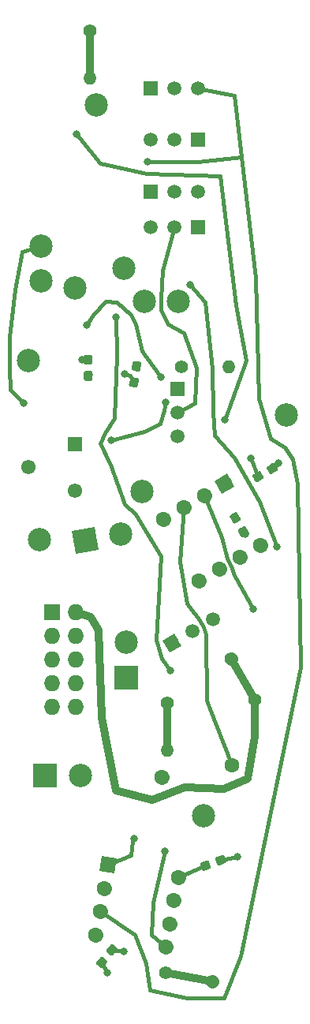
<source format=gbr>
G04 #@! TF.GenerationSoftware,KiCad,Pcbnew,(5.1.2-1)-1*
G04 #@! TF.CreationDate,2022-01-15T17:09:35-05:00*
G04 #@! TF.ProjectId,BF22 Clone,42463232-2043-46c6-9f6e-652e6b696361,rev?*
G04 #@! TF.SameCoordinates,Original*
G04 #@! TF.FileFunction,Copper,L2,Bot*
G04 #@! TF.FilePolarity,Positive*
%FSLAX46Y46*%
G04 Gerber Fmt 4.6, Leading zero omitted, Abs format (unit mm)*
G04 Created by KiCad (PCBNEW (5.1.2-1)-1) date 2022-01-15 17:09:35*
%MOMM*%
%LPD*%
G04 APERTURE LIST*
%ADD10C,1.600000*%
%ADD11C,1.600000*%
%ADD12C,1.400000*%
%ADD13C,1.400000*%
%ADD14O,1.400000X1.400000*%
%ADD15C,2.499360*%
%ADD16C,1.500000*%
%ADD17C,0.100000*%
%ADD18R,1.500000X1.500000*%
%ADD19C,1.550000*%
%ADD20R,1.550000X1.550000*%
%ADD21C,0.950000*%
%ADD22R,1.727200X1.727200*%
%ADD23O,1.727200X1.727200*%
%ADD24R,2.499360X2.499360*%
%ADD25C,0.800000*%
%ADD26C,0.406400*%
%ADD27C,0.812800*%
G04 APERTURE END LIST*
D10*
X29545765Y-95053199D03*
D11*
X29545765Y-95053199D02*
X29545765Y-95053199D01*
D10*
X37050000Y-93730000D03*
D12*
X34982823Y-116922133D03*
D13*
X34982823Y-116922133D02*
X34982823Y-116922133D01*
D12*
X29980000Y-116040000D03*
D14*
X30150000Y-92170000D03*
D12*
X30150000Y-87090000D03*
D14*
X21800000Y-19990000D03*
D12*
X21800000Y-14910000D03*
D15*
X42930000Y-56200000D03*
X27450000Y-64390000D03*
D14*
X36750000Y-50980000D03*
D12*
X31670000Y-50980000D03*
X36970000Y-82350591D03*
D13*
X36970000Y-82350591D02*
X36970000Y-82350591D01*
D12*
X39510000Y-86750000D03*
D15*
X27680000Y-43990000D03*
X15210000Y-50330000D03*
X16550000Y-38080000D03*
X16620000Y-41740000D03*
D16*
X30625788Y-80661731D03*
D17*
G36*
X31650307Y-80936250D02*
G01*
X30351269Y-81686250D01*
X29601269Y-80387212D01*
X30900307Y-79637212D01*
X31650307Y-80936250D01*
X31650307Y-80936250D01*
G37*
D16*
X35025197Y-78121731D03*
X32825493Y-79391731D03*
D18*
X28320000Y-21120000D03*
D16*
X33400000Y-21120000D03*
X30860000Y-21120000D03*
D10*
X40085168Y-70165862D03*
D11*
X40085168Y-70165862D02*
X40085168Y-70165862D01*
D10*
X29676054Y-67376748D03*
D11*
X29676054Y-67376748D02*
X29676054Y-67376748D01*
D10*
X37885463Y-71435862D03*
D11*
X37885463Y-71435862D02*
X37885463Y-71435862D01*
D10*
X31875759Y-66106748D03*
D11*
X31875759Y-66106748D02*
X31875759Y-66106748D01*
D10*
X35685759Y-72705862D03*
D11*
X35685759Y-72705862D02*
X35685759Y-72705862D01*
D10*
X34075463Y-64836748D03*
D11*
X34075463Y-64836748D02*
X34075463Y-64836748D01*
D10*
X33486054Y-73975862D03*
D11*
X33486054Y-73975862D02*
X33486054Y-73975862D01*
D10*
X36275168Y-63566748D03*
D17*
G36*
X35182348Y-63273928D02*
G01*
X36567988Y-62473928D01*
X37367988Y-63859568D01*
X35982348Y-64659568D01*
X35182348Y-63273928D01*
X35182348Y-63273928D01*
G37*
D19*
X15240000Y-61790000D03*
D20*
X20240000Y-59290000D03*
D19*
X20240000Y-64290000D03*
D17*
G36*
X34460267Y-103972644D02*
G01*
X34483151Y-103977066D01*
X34505491Y-103983710D01*
X34527073Y-103992512D01*
X34547687Y-104003386D01*
X34567137Y-104016229D01*
X34585234Y-104030917D01*
X34601804Y-104047307D01*
X34616688Y-104065243D01*
X34629742Y-104084551D01*
X34640841Y-104105046D01*
X34649878Y-104126530D01*
X34812337Y-104572884D01*
X34819224Y-104595151D01*
X34823896Y-104617985D01*
X34826307Y-104641167D01*
X34826434Y-104664474D01*
X34824276Y-104687681D01*
X34819854Y-104710565D01*
X34813210Y-104732905D01*
X34804408Y-104754486D01*
X34793533Y-104775101D01*
X34780690Y-104794550D01*
X34766003Y-104812647D01*
X34749612Y-104829218D01*
X34731677Y-104844101D01*
X34712368Y-104857156D01*
X34691874Y-104868255D01*
X34670390Y-104877291D01*
X34130067Y-105073953D01*
X34107801Y-105080840D01*
X34084967Y-105085512D01*
X34061784Y-105087923D01*
X34038478Y-105088050D01*
X34015271Y-105085892D01*
X33992387Y-105081470D01*
X33970047Y-105074826D01*
X33948465Y-105066024D01*
X33927851Y-105055150D01*
X33908401Y-105042307D01*
X33890304Y-105027619D01*
X33873734Y-105011229D01*
X33858850Y-104993293D01*
X33845796Y-104973985D01*
X33834697Y-104953490D01*
X33825660Y-104932006D01*
X33663201Y-104485652D01*
X33656314Y-104463385D01*
X33651642Y-104440551D01*
X33649231Y-104417369D01*
X33649104Y-104394062D01*
X33651262Y-104370855D01*
X33655684Y-104347971D01*
X33662328Y-104325631D01*
X33671130Y-104304050D01*
X33682005Y-104283435D01*
X33694848Y-104263986D01*
X33709535Y-104245889D01*
X33725926Y-104229318D01*
X33743861Y-104214435D01*
X33763170Y-104201380D01*
X33783664Y-104190281D01*
X33805148Y-104181245D01*
X34345471Y-103984583D01*
X34367737Y-103977696D01*
X34390571Y-103973024D01*
X34413754Y-103970613D01*
X34437060Y-103970486D01*
X34460267Y-103972644D01*
X34460267Y-103972644D01*
G37*
D21*
X34237769Y-104529268D03*
D17*
G36*
X36104729Y-103374108D02*
G01*
X36127613Y-103378530D01*
X36149953Y-103385174D01*
X36171535Y-103393976D01*
X36192149Y-103404850D01*
X36211599Y-103417693D01*
X36229696Y-103432381D01*
X36246266Y-103448771D01*
X36261150Y-103466707D01*
X36274204Y-103486015D01*
X36285303Y-103506510D01*
X36294340Y-103527994D01*
X36456799Y-103974348D01*
X36463686Y-103996615D01*
X36468358Y-104019449D01*
X36470769Y-104042631D01*
X36470896Y-104065938D01*
X36468738Y-104089145D01*
X36464316Y-104112029D01*
X36457672Y-104134369D01*
X36448870Y-104155950D01*
X36437995Y-104176565D01*
X36425152Y-104196014D01*
X36410465Y-104214111D01*
X36394074Y-104230682D01*
X36376139Y-104245565D01*
X36356830Y-104258620D01*
X36336336Y-104269719D01*
X36314852Y-104278755D01*
X35774529Y-104475417D01*
X35752263Y-104482304D01*
X35729429Y-104486976D01*
X35706246Y-104489387D01*
X35682940Y-104489514D01*
X35659733Y-104487356D01*
X35636849Y-104482934D01*
X35614509Y-104476290D01*
X35592927Y-104467488D01*
X35572313Y-104456614D01*
X35552863Y-104443771D01*
X35534766Y-104429083D01*
X35518196Y-104412693D01*
X35503312Y-104394757D01*
X35490258Y-104375449D01*
X35479159Y-104354954D01*
X35470122Y-104333470D01*
X35307663Y-103887116D01*
X35300776Y-103864849D01*
X35296104Y-103842015D01*
X35293693Y-103818833D01*
X35293566Y-103795526D01*
X35295724Y-103772319D01*
X35300146Y-103749435D01*
X35306790Y-103727095D01*
X35315592Y-103705514D01*
X35326467Y-103684899D01*
X35339310Y-103665450D01*
X35353997Y-103647353D01*
X35370388Y-103630782D01*
X35388323Y-103615899D01*
X35407632Y-103602844D01*
X35428126Y-103591745D01*
X35449610Y-103582709D01*
X35989933Y-103386047D01*
X36012199Y-103379160D01*
X36035033Y-103374488D01*
X36058216Y-103372077D01*
X36081522Y-103371950D01*
X36104729Y-103374108D01*
X36104729Y-103374108D01*
G37*
D21*
X35882231Y-103930732D03*
D17*
G36*
X26686092Y-50367111D02*
G01*
X26709215Y-50370027D01*
X27176999Y-50452510D01*
X27199726Y-50457679D01*
X27221837Y-50465050D01*
X27243119Y-50474553D01*
X27263367Y-50486097D01*
X27282386Y-50499569D01*
X27299992Y-50514841D01*
X27316017Y-50531764D01*
X27330307Y-50550178D01*
X27342722Y-50569903D01*
X27353144Y-50590750D01*
X27361473Y-50612518D01*
X27367628Y-50634998D01*
X27371550Y-50657972D01*
X27373201Y-50681221D01*
X27372566Y-50704519D01*
X27369650Y-50727644D01*
X27269802Y-51293909D01*
X27264633Y-51316635D01*
X27257262Y-51338746D01*
X27247759Y-51360028D01*
X27236215Y-51380276D01*
X27222743Y-51399295D01*
X27207471Y-51416901D01*
X27190547Y-51432927D01*
X27172134Y-51447216D01*
X27152409Y-51459631D01*
X27131562Y-51470054D01*
X27109794Y-51478382D01*
X27087314Y-51484537D01*
X27064340Y-51488459D01*
X27041091Y-51490110D01*
X27017792Y-51489475D01*
X26994669Y-51486559D01*
X26526885Y-51404076D01*
X26504158Y-51398907D01*
X26482047Y-51391536D01*
X26460765Y-51382033D01*
X26440517Y-51370489D01*
X26421498Y-51357017D01*
X26403892Y-51341745D01*
X26387867Y-51324822D01*
X26373577Y-51306408D01*
X26361162Y-51286683D01*
X26350740Y-51265836D01*
X26342411Y-51244068D01*
X26336256Y-51221588D01*
X26332334Y-51198614D01*
X26330683Y-51175365D01*
X26331318Y-51152067D01*
X26334234Y-51128942D01*
X26434082Y-50562677D01*
X26439251Y-50539951D01*
X26446622Y-50517840D01*
X26456125Y-50496558D01*
X26467669Y-50476310D01*
X26481141Y-50457291D01*
X26496413Y-50439685D01*
X26513337Y-50423659D01*
X26531750Y-50409370D01*
X26551475Y-50396955D01*
X26572322Y-50386532D01*
X26594090Y-50378204D01*
X26616570Y-50372049D01*
X26639544Y-50368127D01*
X26662793Y-50366476D01*
X26686092Y-50367111D01*
X26686092Y-50367111D01*
G37*
D21*
X26851942Y-50928293D03*
D17*
G36*
X26382208Y-52090525D02*
G01*
X26405331Y-52093441D01*
X26873115Y-52175924D01*
X26895842Y-52181093D01*
X26917953Y-52188464D01*
X26939235Y-52197967D01*
X26959483Y-52209511D01*
X26978502Y-52222983D01*
X26996108Y-52238255D01*
X27012133Y-52255178D01*
X27026423Y-52273592D01*
X27038838Y-52293317D01*
X27049260Y-52314164D01*
X27057589Y-52335932D01*
X27063744Y-52358412D01*
X27067666Y-52381386D01*
X27069317Y-52404635D01*
X27068682Y-52427933D01*
X27065766Y-52451058D01*
X26965918Y-53017323D01*
X26960749Y-53040049D01*
X26953378Y-53062160D01*
X26943875Y-53083442D01*
X26932331Y-53103690D01*
X26918859Y-53122709D01*
X26903587Y-53140315D01*
X26886663Y-53156341D01*
X26868250Y-53170630D01*
X26848525Y-53183045D01*
X26827678Y-53193468D01*
X26805910Y-53201796D01*
X26783430Y-53207951D01*
X26760456Y-53211873D01*
X26737207Y-53213524D01*
X26713908Y-53212889D01*
X26690785Y-53209973D01*
X26223001Y-53127490D01*
X26200274Y-53122321D01*
X26178163Y-53114950D01*
X26156881Y-53105447D01*
X26136633Y-53093903D01*
X26117614Y-53080431D01*
X26100008Y-53065159D01*
X26083983Y-53048236D01*
X26069693Y-53029822D01*
X26057278Y-53010097D01*
X26046856Y-52989250D01*
X26038527Y-52967482D01*
X26032372Y-52945002D01*
X26028450Y-52922028D01*
X26026799Y-52898779D01*
X26027434Y-52875481D01*
X26030350Y-52852356D01*
X26130198Y-52286091D01*
X26135367Y-52263365D01*
X26142738Y-52241254D01*
X26152241Y-52219972D01*
X26163785Y-52199724D01*
X26177257Y-52180705D01*
X26192529Y-52163099D01*
X26209453Y-52147073D01*
X26227866Y-52132784D01*
X26247591Y-52120369D01*
X26268438Y-52109946D01*
X26290206Y-52101618D01*
X26312686Y-52095463D01*
X26335660Y-52091541D01*
X26358909Y-52089890D01*
X26382208Y-52090525D01*
X26382208Y-52090525D01*
G37*
D21*
X26548058Y-52651707D03*
D17*
G36*
X21900779Y-49701144D02*
G01*
X21923834Y-49704563D01*
X21946443Y-49710227D01*
X21968387Y-49718079D01*
X21989457Y-49728044D01*
X22009448Y-49740026D01*
X22028168Y-49753910D01*
X22045438Y-49769562D01*
X22061090Y-49786832D01*
X22074974Y-49805552D01*
X22086956Y-49825543D01*
X22096921Y-49846613D01*
X22104773Y-49868557D01*
X22110437Y-49891166D01*
X22113856Y-49914221D01*
X22115000Y-49937500D01*
X22115000Y-50512500D01*
X22113856Y-50535779D01*
X22110437Y-50558834D01*
X22104773Y-50581443D01*
X22096921Y-50603387D01*
X22086956Y-50624457D01*
X22074974Y-50644448D01*
X22061090Y-50663168D01*
X22045438Y-50680438D01*
X22028168Y-50696090D01*
X22009448Y-50709974D01*
X21989457Y-50721956D01*
X21968387Y-50731921D01*
X21946443Y-50739773D01*
X21923834Y-50745437D01*
X21900779Y-50748856D01*
X21877500Y-50750000D01*
X21402500Y-50750000D01*
X21379221Y-50748856D01*
X21356166Y-50745437D01*
X21333557Y-50739773D01*
X21311613Y-50731921D01*
X21290543Y-50721956D01*
X21270552Y-50709974D01*
X21251832Y-50696090D01*
X21234562Y-50680438D01*
X21218910Y-50663168D01*
X21205026Y-50644448D01*
X21193044Y-50624457D01*
X21183079Y-50603387D01*
X21175227Y-50581443D01*
X21169563Y-50558834D01*
X21166144Y-50535779D01*
X21165000Y-50512500D01*
X21165000Y-49937500D01*
X21166144Y-49914221D01*
X21169563Y-49891166D01*
X21175227Y-49868557D01*
X21183079Y-49846613D01*
X21193044Y-49825543D01*
X21205026Y-49805552D01*
X21218910Y-49786832D01*
X21234562Y-49769562D01*
X21251832Y-49753910D01*
X21270552Y-49740026D01*
X21290543Y-49728044D01*
X21311613Y-49718079D01*
X21333557Y-49710227D01*
X21356166Y-49704563D01*
X21379221Y-49701144D01*
X21402500Y-49700000D01*
X21877500Y-49700000D01*
X21900779Y-49701144D01*
X21900779Y-49701144D01*
G37*
D21*
X21640000Y-50225000D03*
D17*
G36*
X21900779Y-51451144D02*
G01*
X21923834Y-51454563D01*
X21946443Y-51460227D01*
X21968387Y-51468079D01*
X21989457Y-51478044D01*
X22009448Y-51490026D01*
X22028168Y-51503910D01*
X22045438Y-51519562D01*
X22061090Y-51536832D01*
X22074974Y-51555552D01*
X22086956Y-51575543D01*
X22096921Y-51596613D01*
X22104773Y-51618557D01*
X22110437Y-51641166D01*
X22113856Y-51664221D01*
X22115000Y-51687500D01*
X22115000Y-52262500D01*
X22113856Y-52285779D01*
X22110437Y-52308834D01*
X22104773Y-52331443D01*
X22096921Y-52353387D01*
X22086956Y-52374457D01*
X22074974Y-52394448D01*
X22061090Y-52413168D01*
X22045438Y-52430438D01*
X22028168Y-52446090D01*
X22009448Y-52459974D01*
X21989457Y-52471956D01*
X21968387Y-52481921D01*
X21946443Y-52489773D01*
X21923834Y-52495437D01*
X21900779Y-52498856D01*
X21877500Y-52500000D01*
X21402500Y-52500000D01*
X21379221Y-52498856D01*
X21356166Y-52495437D01*
X21333557Y-52489773D01*
X21311613Y-52481921D01*
X21290543Y-52471956D01*
X21270552Y-52459974D01*
X21251832Y-52446090D01*
X21234562Y-52430438D01*
X21218910Y-52413168D01*
X21205026Y-52394448D01*
X21193044Y-52374457D01*
X21183079Y-52353387D01*
X21175227Y-52331443D01*
X21169563Y-52308834D01*
X21166144Y-52285779D01*
X21165000Y-52262500D01*
X21165000Y-51687500D01*
X21166144Y-51664221D01*
X21169563Y-51641166D01*
X21175227Y-51618557D01*
X21183079Y-51596613D01*
X21193044Y-51575543D01*
X21205026Y-51555552D01*
X21218910Y-51536832D01*
X21234562Y-51519562D01*
X21251832Y-51503910D01*
X21270552Y-51490026D01*
X21290543Y-51478044D01*
X21311613Y-51468079D01*
X21333557Y-51460227D01*
X21356166Y-51454563D01*
X21379221Y-51451144D01*
X21402500Y-51450000D01*
X21877500Y-51450000D01*
X21900779Y-51451144D01*
X21900779Y-51451144D01*
G37*
D21*
X21640000Y-51975000D03*
D17*
G36*
X24231161Y-112960723D02*
G01*
X24254177Y-112964394D01*
X24276723Y-112970303D01*
X24298580Y-112978394D01*
X24319540Y-112988588D01*
X24339399Y-113000788D01*
X24357967Y-113014875D01*
X24721838Y-113320199D01*
X24738936Y-113336039D01*
X24754399Y-113353478D01*
X24768078Y-113372349D01*
X24779841Y-113392470D01*
X24789576Y-113413647D01*
X24797188Y-113435676D01*
X24802604Y-113458345D01*
X24805772Y-113481436D01*
X24806662Y-113504726D01*
X24805264Y-113527991D01*
X24801593Y-113551007D01*
X24795684Y-113573553D01*
X24787593Y-113595410D01*
X24777399Y-113616370D01*
X24765199Y-113636229D01*
X24751112Y-113654797D01*
X24381509Y-114095273D01*
X24365669Y-114112371D01*
X24348230Y-114127834D01*
X24329359Y-114141513D01*
X24309238Y-114153276D01*
X24288062Y-114163011D01*
X24266032Y-114170623D01*
X24243363Y-114176039D01*
X24220273Y-114179207D01*
X24196982Y-114180097D01*
X24173717Y-114178699D01*
X24150701Y-114175028D01*
X24128155Y-114169119D01*
X24106298Y-114161028D01*
X24085338Y-114150834D01*
X24065479Y-114138634D01*
X24046911Y-114124547D01*
X23683040Y-113819223D01*
X23665942Y-113803383D01*
X23650479Y-113785944D01*
X23636800Y-113767073D01*
X23625037Y-113746952D01*
X23615302Y-113725775D01*
X23607690Y-113703746D01*
X23602274Y-113681077D01*
X23599106Y-113657986D01*
X23598216Y-113634696D01*
X23599614Y-113611431D01*
X23603285Y-113588415D01*
X23609194Y-113565869D01*
X23617285Y-113544012D01*
X23627479Y-113523052D01*
X23639679Y-113503193D01*
X23653766Y-113484625D01*
X24023369Y-113044149D01*
X24039209Y-113027051D01*
X24056648Y-113011588D01*
X24075519Y-112997909D01*
X24095640Y-112986146D01*
X24116816Y-112976411D01*
X24138846Y-112968799D01*
X24161515Y-112963383D01*
X24184605Y-112960215D01*
X24207896Y-112959325D01*
X24231161Y-112960723D01*
X24231161Y-112960723D01*
G37*
D21*
X24202439Y-113569711D03*
D17*
G36*
X23106283Y-114301301D02*
G01*
X23129299Y-114304972D01*
X23151845Y-114310881D01*
X23173702Y-114318972D01*
X23194662Y-114329166D01*
X23214521Y-114341366D01*
X23233089Y-114355453D01*
X23596960Y-114660777D01*
X23614058Y-114676617D01*
X23629521Y-114694056D01*
X23643200Y-114712927D01*
X23654963Y-114733048D01*
X23664698Y-114754225D01*
X23672310Y-114776254D01*
X23677726Y-114798923D01*
X23680894Y-114822014D01*
X23681784Y-114845304D01*
X23680386Y-114868569D01*
X23676715Y-114891585D01*
X23670806Y-114914131D01*
X23662715Y-114935988D01*
X23652521Y-114956948D01*
X23640321Y-114976807D01*
X23626234Y-114995375D01*
X23256631Y-115435851D01*
X23240791Y-115452949D01*
X23223352Y-115468412D01*
X23204481Y-115482091D01*
X23184360Y-115493854D01*
X23163184Y-115503589D01*
X23141154Y-115511201D01*
X23118485Y-115516617D01*
X23095395Y-115519785D01*
X23072104Y-115520675D01*
X23048839Y-115519277D01*
X23025823Y-115515606D01*
X23003277Y-115509697D01*
X22981420Y-115501606D01*
X22960460Y-115491412D01*
X22940601Y-115479212D01*
X22922033Y-115465125D01*
X22558162Y-115159801D01*
X22541064Y-115143961D01*
X22525601Y-115126522D01*
X22511922Y-115107651D01*
X22500159Y-115087530D01*
X22490424Y-115066353D01*
X22482812Y-115044324D01*
X22477396Y-115021655D01*
X22474228Y-114998564D01*
X22473338Y-114975274D01*
X22474736Y-114952009D01*
X22478407Y-114928993D01*
X22484316Y-114906447D01*
X22492407Y-114884590D01*
X22502601Y-114863630D01*
X22514801Y-114843771D01*
X22528888Y-114825203D01*
X22898491Y-114384727D01*
X22914331Y-114367629D01*
X22931770Y-114352166D01*
X22950641Y-114338487D01*
X22970762Y-114326724D01*
X22991938Y-114316989D01*
X23013968Y-114309377D01*
X23036637Y-114303961D01*
X23059727Y-114300793D01*
X23083018Y-114299903D01*
X23106283Y-114301301D01*
X23106283Y-114301301D01*
G37*
D21*
X23077561Y-114910289D03*
D17*
G36*
X37519964Y-66607505D02*
G01*
X37543119Y-66610168D01*
X37565901Y-66615089D01*
X37588090Y-66622218D01*
X37609475Y-66631489D01*
X37629847Y-66642810D01*
X37649012Y-66656075D01*
X37666784Y-66671153D01*
X37682993Y-66687901D01*
X37697482Y-66706158D01*
X37710112Y-66725746D01*
X37997612Y-67223710D01*
X38008261Y-67244442D01*
X38016827Y-67266118D01*
X38023227Y-67288529D01*
X38027399Y-67311460D01*
X38029304Y-67334689D01*
X38028923Y-67357993D01*
X38026259Y-67381148D01*
X38021338Y-67403929D01*
X38014209Y-67426119D01*
X38004938Y-67447503D01*
X37993617Y-67467876D01*
X37980352Y-67487041D01*
X37965274Y-67504813D01*
X37948526Y-67521022D01*
X37930270Y-67535511D01*
X37910681Y-67548141D01*
X37499319Y-67785641D01*
X37478587Y-67796290D01*
X37456911Y-67804856D01*
X37434500Y-67811256D01*
X37411569Y-67815428D01*
X37388340Y-67817333D01*
X37365036Y-67816951D01*
X37341881Y-67814288D01*
X37319099Y-67809367D01*
X37296910Y-67802238D01*
X37275525Y-67792967D01*
X37255153Y-67781646D01*
X37235988Y-67768381D01*
X37218216Y-67753303D01*
X37202007Y-67736555D01*
X37187518Y-67718298D01*
X37174888Y-67698710D01*
X36887388Y-67200746D01*
X36876739Y-67180014D01*
X36868173Y-67158338D01*
X36861773Y-67135927D01*
X36857601Y-67112996D01*
X36855696Y-67089767D01*
X36856077Y-67066463D01*
X36858741Y-67043308D01*
X36863662Y-67020527D01*
X36870791Y-66998337D01*
X36880062Y-66976953D01*
X36891383Y-66956580D01*
X36904648Y-66937415D01*
X36919726Y-66919643D01*
X36936474Y-66903434D01*
X36954730Y-66888945D01*
X36974319Y-66876315D01*
X37385681Y-66638815D01*
X37406413Y-66628166D01*
X37428089Y-66619600D01*
X37450500Y-66613200D01*
X37473431Y-66609028D01*
X37496660Y-66607123D01*
X37519964Y-66607505D01*
X37519964Y-66607505D01*
G37*
D21*
X37442500Y-67212228D03*
D17*
G36*
X38394964Y-68123049D02*
G01*
X38418119Y-68125712D01*
X38440901Y-68130633D01*
X38463090Y-68137762D01*
X38484475Y-68147033D01*
X38504847Y-68158354D01*
X38524012Y-68171619D01*
X38541784Y-68186697D01*
X38557993Y-68203445D01*
X38572482Y-68221702D01*
X38585112Y-68241290D01*
X38872612Y-68739254D01*
X38883261Y-68759986D01*
X38891827Y-68781662D01*
X38898227Y-68804073D01*
X38902399Y-68827004D01*
X38904304Y-68850233D01*
X38903923Y-68873537D01*
X38901259Y-68896692D01*
X38896338Y-68919473D01*
X38889209Y-68941663D01*
X38879938Y-68963047D01*
X38868617Y-68983420D01*
X38855352Y-69002585D01*
X38840274Y-69020357D01*
X38823526Y-69036566D01*
X38805270Y-69051055D01*
X38785681Y-69063685D01*
X38374319Y-69301185D01*
X38353587Y-69311834D01*
X38331911Y-69320400D01*
X38309500Y-69326800D01*
X38286569Y-69330972D01*
X38263340Y-69332877D01*
X38240036Y-69332495D01*
X38216881Y-69329832D01*
X38194099Y-69324911D01*
X38171910Y-69317782D01*
X38150525Y-69308511D01*
X38130153Y-69297190D01*
X38110988Y-69283925D01*
X38093216Y-69268847D01*
X38077007Y-69252099D01*
X38062518Y-69233842D01*
X38049888Y-69214254D01*
X37762388Y-68716290D01*
X37751739Y-68695558D01*
X37743173Y-68673882D01*
X37736773Y-68651471D01*
X37732601Y-68628540D01*
X37730696Y-68605311D01*
X37731077Y-68582007D01*
X37733741Y-68558852D01*
X37738662Y-68536071D01*
X37745791Y-68513881D01*
X37755062Y-68492497D01*
X37766383Y-68472124D01*
X37779648Y-68452959D01*
X37794726Y-68435187D01*
X37811474Y-68418978D01*
X37829730Y-68404489D01*
X37849319Y-68391859D01*
X38260681Y-68154359D01*
X38281413Y-68143710D01*
X38303089Y-68135144D01*
X38325500Y-68128744D01*
X38348431Y-68124572D01*
X38371660Y-68122667D01*
X38394964Y-68123049D01*
X38394964Y-68123049D01*
G37*
D21*
X38317500Y-68727772D03*
D17*
G36*
X40047993Y-62201077D02*
G01*
X40071148Y-62203741D01*
X40093929Y-62208662D01*
X40116119Y-62215791D01*
X40137503Y-62225062D01*
X40157876Y-62236383D01*
X40177041Y-62249648D01*
X40194813Y-62264726D01*
X40211022Y-62281474D01*
X40225511Y-62299730D01*
X40238141Y-62319319D01*
X40475641Y-62730681D01*
X40486290Y-62751413D01*
X40494856Y-62773089D01*
X40501256Y-62795500D01*
X40505428Y-62818431D01*
X40507333Y-62841660D01*
X40506951Y-62864964D01*
X40504288Y-62888119D01*
X40499367Y-62910901D01*
X40492238Y-62933090D01*
X40482967Y-62954475D01*
X40471646Y-62974847D01*
X40458381Y-62994012D01*
X40443303Y-63011784D01*
X40426555Y-63027993D01*
X40408298Y-63042482D01*
X40388710Y-63055112D01*
X39890746Y-63342612D01*
X39870014Y-63353261D01*
X39848338Y-63361827D01*
X39825927Y-63368227D01*
X39802996Y-63372399D01*
X39779767Y-63374304D01*
X39756463Y-63373923D01*
X39733308Y-63371259D01*
X39710527Y-63366338D01*
X39688337Y-63359209D01*
X39666953Y-63349938D01*
X39646580Y-63338617D01*
X39627415Y-63325352D01*
X39609643Y-63310274D01*
X39593434Y-63293526D01*
X39578945Y-63275270D01*
X39566315Y-63255681D01*
X39328815Y-62844319D01*
X39318166Y-62823587D01*
X39309600Y-62801911D01*
X39303200Y-62779500D01*
X39299028Y-62756569D01*
X39297123Y-62733340D01*
X39297505Y-62710036D01*
X39300168Y-62686881D01*
X39305089Y-62664099D01*
X39312218Y-62641910D01*
X39321489Y-62620525D01*
X39332810Y-62600153D01*
X39346075Y-62580988D01*
X39361153Y-62563216D01*
X39377901Y-62547007D01*
X39396158Y-62532518D01*
X39415746Y-62519888D01*
X39913710Y-62232388D01*
X39934442Y-62221739D01*
X39956118Y-62213173D01*
X39978529Y-62206773D01*
X40001460Y-62202601D01*
X40024689Y-62200696D01*
X40047993Y-62201077D01*
X40047993Y-62201077D01*
G37*
D21*
X39902228Y-62787500D03*
D17*
G36*
X41563537Y-61326077D02*
G01*
X41586692Y-61328741D01*
X41609473Y-61333662D01*
X41631663Y-61340791D01*
X41653047Y-61350062D01*
X41673420Y-61361383D01*
X41692585Y-61374648D01*
X41710357Y-61389726D01*
X41726566Y-61406474D01*
X41741055Y-61424730D01*
X41753685Y-61444319D01*
X41991185Y-61855681D01*
X42001834Y-61876413D01*
X42010400Y-61898089D01*
X42016800Y-61920500D01*
X42020972Y-61943431D01*
X42022877Y-61966660D01*
X42022495Y-61989964D01*
X42019832Y-62013119D01*
X42014911Y-62035901D01*
X42007782Y-62058090D01*
X41998511Y-62079475D01*
X41987190Y-62099847D01*
X41973925Y-62119012D01*
X41958847Y-62136784D01*
X41942099Y-62152993D01*
X41923842Y-62167482D01*
X41904254Y-62180112D01*
X41406290Y-62467612D01*
X41385558Y-62478261D01*
X41363882Y-62486827D01*
X41341471Y-62493227D01*
X41318540Y-62497399D01*
X41295311Y-62499304D01*
X41272007Y-62498923D01*
X41248852Y-62496259D01*
X41226071Y-62491338D01*
X41203881Y-62484209D01*
X41182497Y-62474938D01*
X41162124Y-62463617D01*
X41142959Y-62450352D01*
X41125187Y-62435274D01*
X41108978Y-62418526D01*
X41094489Y-62400270D01*
X41081859Y-62380681D01*
X40844359Y-61969319D01*
X40833710Y-61948587D01*
X40825144Y-61926911D01*
X40818744Y-61904500D01*
X40814572Y-61881569D01*
X40812667Y-61858340D01*
X40813049Y-61835036D01*
X40815712Y-61811881D01*
X40820633Y-61789099D01*
X40827762Y-61766910D01*
X40837033Y-61745525D01*
X40848354Y-61725153D01*
X40861619Y-61705988D01*
X40876697Y-61688216D01*
X40893445Y-61672007D01*
X40911702Y-61657518D01*
X40931290Y-61644888D01*
X41429254Y-61357388D01*
X41449986Y-61346739D01*
X41471662Y-61338173D01*
X41494073Y-61331773D01*
X41517004Y-61327601D01*
X41540233Y-61325696D01*
X41563537Y-61326077D01*
X41563537Y-61326077D01*
G37*
D21*
X41417772Y-61912500D03*
D15*
X16410000Y-69540000D03*
X20220000Y-42500000D03*
X31320000Y-43980000D03*
X34000000Y-99200000D03*
D22*
X17770000Y-77320000D03*
D23*
X20310000Y-77320000D03*
X17770000Y-79860000D03*
X20310000Y-79860000D03*
X17770000Y-82400000D03*
X20310000Y-82400000D03*
X17770000Y-84940000D03*
X20310000Y-84940000D03*
X17770000Y-87480000D03*
X20310000Y-87480000D03*
D24*
X17040000Y-94860000D03*
D15*
X20850000Y-94860000D03*
X25700000Y-80560000D03*
D24*
X25700000Y-84370000D03*
D15*
X21360000Y-69620000D03*
D17*
G36*
X20346310Y-71067699D02*
G01*
X19912301Y-68606310D01*
X22373690Y-68172301D01*
X22807699Y-70633690D01*
X20346310Y-71067699D01*
X20346310Y-71067699D01*
G37*
D15*
X25112118Y-68958400D03*
X25440000Y-40380000D03*
X22480000Y-22860000D03*
D18*
X31200000Y-53340000D03*
D16*
X31200000Y-58420000D03*
X31200000Y-55880000D03*
X30860000Y-36050000D03*
X28320000Y-36050000D03*
D18*
X33400000Y-36050000D03*
D16*
X30855001Y-32245000D03*
X33395001Y-32245000D03*
D18*
X28315001Y-32245000D03*
X33430000Y-26650000D03*
D16*
X28350000Y-26650000D03*
X30890000Y-26650000D03*
D10*
X23779154Y-104427283D03*
D17*
G36*
X22852389Y-105076211D02*
G01*
X23130226Y-103500518D01*
X24705919Y-103778355D01*
X24428082Y-105354048D01*
X22852389Y-105076211D01*
X22852389Y-105076211D01*
G37*
D10*
X29960190Y-113254717D03*
D11*
X29960190Y-113254717D02*
X29960190Y-113254717D01*
D10*
X23338088Y-106928695D03*
D11*
X23338088Y-106928695D02*
X23338088Y-106928695D01*
D10*
X30401256Y-110753305D03*
D11*
X30401256Y-110753305D02*
X30401256Y-110753305D01*
D10*
X22897021Y-109430106D03*
D11*
X22897021Y-109430106D02*
X22897021Y-109430106D01*
D10*
X30842323Y-108251894D03*
D11*
X30842323Y-108251894D02*
X30842323Y-108251894D01*
D10*
X22455955Y-111931518D03*
D11*
X22455955Y-111931518D02*
X22455955Y-111931518D01*
D10*
X31283389Y-105750482D03*
D11*
X31283389Y-105750482D02*
X31283389Y-105750482D01*
D25*
X25520000Y-51770000D03*
X21010000Y-50280000D03*
X39070000Y-60830000D03*
X24650000Y-45680000D03*
X21510000Y-46490000D03*
X39330000Y-77010000D03*
X32550000Y-42190000D03*
X29950000Y-54810000D03*
X14740000Y-54870000D03*
X20430000Y-26060000D03*
X41920000Y-70290000D03*
X23715667Y-115994333D03*
X37707050Y-103622950D03*
X37299261Y-67089261D03*
X21743817Y-51866183D03*
X26540000Y-101610000D03*
X26540000Y-101610000D03*
X29900000Y-103010000D03*
X38493451Y-68963451D03*
X25475687Y-113754313D03*
X42038904Y-61311096D03*
X26862580Y-50847420D03*
X30510000Y-83610000D03*
X28000000Y-28960000D03*
X29420000Y-52090000D03*
X24110000Y-58870000D03*
X36290000Y-56700000D03*
D26*
X32550000Y-42190000D02*
X34240000Y-44030000D01*
X34240000Y-44030000D02*
X35000000Y-51190000D01*
X35000000Y-51190000D02*
X35020000Y-55810000D01*
X35020000Y-55810000D02*
X35190000Y-58370000D01*
X35190000Y-58370000D02*
X37340000Y-60750000D01*
X37340000Y-60750000D02*
X40060000Y-65450000D01*
X40060000Y-65450000D02*
X41920000Y-70290000D01*
X41920000Y-70290000D02*
X41920000Y-70290000D01*
X23077561Y-114910289D02*
X23715667Y-115994333D01*
X35882231Y-103930732D02*
X37707050Y-103622950D01*
X39902228Y-62787500D02*
X39070000Y-60830000D01*
X26548058Y-52651707D02*
X26130000Y-51910000D01*
X26130000Y-51910000D02*
X25520000Y-51770000D01*
D27*
X30150000Y-92170000D02*
X30150000Y-87090000D01*
D26*
X39330000Y-77010000D02*
X37370000Y-73370000D01*
X37370000Y-73370000D02*
X36990000Y-72450000D01*
X36990000Y-72450000D02*
X36550000Y-71600000D01*
X36550000Y-71600000D02*
X36000000Y-69320000D01*
X36000000Y-69320000D02*
X34075463Y-64836748D01*
X23779154Y-104427283D02*
X26210000Y-103430000D01*
X26210000Y-103430000D02*
X26420000Y-101860000D01*
X26420000Y-101860000D02*
X26540000Y-101610000D01*
X26540000Y-101610000D02*
X26540000Y-101610000D01*
X26540000Y-101610000D02*
X26540000Y-101610000D01*
X29960190Y-113254717D02*
X28480000Y-112000000D01*
X28480000Y-112000000D02*
X28630000Y-108480000D01*
X28630000Y-108480000D02*
X29900000Y-103010000D01*
X29900000Y-103010000D02*
X29900000Y-103010000D01*
X31283389Y-105750482D02*
X34237769Y-104529268D01*
X21640000Y-50225000D02*
X21010000Y-50280000D01*
X24202439Y-113569711D02*
X25475687Y-113754313D01*
X41417772Y-61912500D02*
X42038904Y-61311096D01*
D27*
X29980000Y-116040000D02*
X34982823Y-116922133D01*
X39510000Y-86750000D02*
X36970000Y-82350591D01*
X21800000Y-14910000D02*
X21800000Y-19990000D01*
X28510000Y-97460000D02*
X24610000Y-96460000D01*
X24610000Y-96460000D02*
X23110000Y-88660000D01*
X23110000Y-88660000D02*
X22810000Y-79270000D01*
X22810000Y-79270000D02*
X21910000Y-77870000D01*
X21910000Y-77870000D02*
X20310000Y-77320000D01*
X28510000Y-97460000D02*
X32010000Y-96160000D01*
X32010000Y-96160000D02*
X36190000Y-96270000D01*
X36190000Y-96270000D02*
X38780000Y-95180000D01*
X38780000Y-95180000D02*
X39490000Y-90700000D01*
X39490000Y-90700000D02*
X39510000Y-86750000D01*
D26*
X24420000Y-56540000D02*
X23450000Y-58140000D01*
X23450000Y-58140000D02*
X22970000Y-59210000D01*
X22970000Y-59210000D02*
X24050000Y-61520000D01*
X24050000Y-61520000D02*
X25520000Y-65700000D01*
X25520000Y-65700000D02*
X26740000Y-66860000D01*
X26740000Y-66860000D02*
X29480000Y-71350000D01*
X29480000Y-71350000D02*
X28930000Y-80280000D01*
X28930000Y-80280000D02*
X29510000Y-82360000D01*
X29510000Y-82360000D02*
X30510000Y-83610000D01*
X30510000Y-83610000D02*
X30510000Y-83610000D01*
X24650000Y-45680000D02*
X24710000Y-49700000D01*
X24710000Y-49700000D02*
X24420000Y-56540000D01*
X31200000Y-55880000D02*
X33100000Y-54930000D01*
X33100000Y-54930000D02*
X33260000Y-51070000D01*
X33260000Y-51070000D02*
X31900000Y-47330000D01*
X31900000Y-47330000D02*
X30230000Y-46460000D01*
X30230000Y-46460000D02*
X29490000Y-44870000D01*
X29490000Y-44870000D02*
X29480000Y-43610000D01*
X29480000Y-43610000D02*
X29650000Y-40670000D01*
X29650000Y-40670000D02*
X30860000Y-36050000D01*
X22897021Y-109430106D02*
X26640000Y-111930000D01*
X26640000Y-111930000D02*
X27870000Y-115000000D01*
X27870000Y-115000000D02*
X28240000Y-117910000D01*
X28240000Y-117910000D02*
X32230000Y-118710000D01*
X32230000Y-118710000D02*
X36250000Y-118710000D01*
X36250000Y-118710000D02*
X37990000Y-114230000D01*
X37990000Y-114230000D02*
X44440000Y-83230000D01*
X44440000Y-83230000D02*
X44080000Y-63560000D01*
X41220000Y-58700000D02*
X39930000Y-54400000D01*
X39930000Y-54400000D02*
X39580000Y-41410000D01*
X37350000Y-21850000D02*
X33400000Y-21120000D01*
X38109367Y-28510633D02*
X33440000Y-29020000D01*
X39580000Y-41410000D02*
X38109367Y-28510633D01*
X38109367Y-28510633D02*
X37350000Y-21850000D01*
X33440000Y-29020000D02*
X28000000Y-28960000D01*
X28000000Y-28960000D02*
X28000000Y-28960000D01*
X44080000Y-63560000D02*
X43620000Y-60940000D01*
X43620000Y-60940000D02*
X42710000Y-59670000D01*
X42710000Y-59670000D02*
X41220000Y-58700000D01*
X29420000Y-52090000D02*
X27450000Y-49330000D01*
X27450000Y-49330000D02*
X26750000Y-46440000D01*
X26750000Y-46440000D02*
X26210000Y-45400000D01*
X26210000Y-45400000D02*
X24750000Y-44020000D01*
X23530805Y-43999195D02*
X22210000Y-45420000D01*
X24750000Y-44020000D02*
X23530805Y-43999195D01*
X22210000Y-45420000D02*
X21510000Y-46490000D01*
X29950000Y-54810000D02*
X29780000Y-55680000D01*
X29780000Y-55680000D02*
X29390000Y-57060000D01*
X29390000Y-57060000D02*
X27660000Y-57980000D01*
X27660000Y-57980000D02*
X24110000Y-58870000D01*
X24110000Y-58870000D02*
X24110000Y-58870000D01*
X20430000Y-26060000D02*
X22960000Y-29120000D01*
X22960000Y-29120000D02*
X27970000Y-30240000D01*
X27970000Y-30240000D02*
X35780000Y-30520000D01*
X35780000Y-30520000D02*
X37500000Y-44420000D01*
X37500000Y-44420000D02*
X38600000Y-50360000D01*
X38600000Y-50360000D02*
X36290000Y-56700000D01*
X36290000Y-56700000D02*
X36330000Y-56740000D01*
X31875759Y-66106748D02*
X31530000Y-71920000D01*
X31530000Y-71920000D02*
X32290000Y-76370000D01*
X32290000Y-76370000D02*
X33630000Y-78210000D01*
X33630000Y-78210000D02*
X34030000Y-78930000D01*
X34030000Y-78930000D02*
X34320000Y-79670000D01*
X34320000Y-79670000D02*
X34370000Y-86860000D01*
X34370000Y-86860000D02*
X35370000Y-89480000D01*
X35370000Y-89480000D02*
X37050000Y-93730000D01*
X14740000Y-54870000D02*
X13320000Y-53480000D01*
X13320000Y-53480000D02*
X13210000Y-51130000D01*
X13210000Y-51130000D02*
X13180000Y-47820000D01*
X13180000Y-47820000D02*
X13800000Y-42710000D01*
X13800000Y-42710000D02*
X14570000Y-38610000D01*
X14570000Y-38610000D02*
X16550000Y-38080000D01*
M02*

</source>
